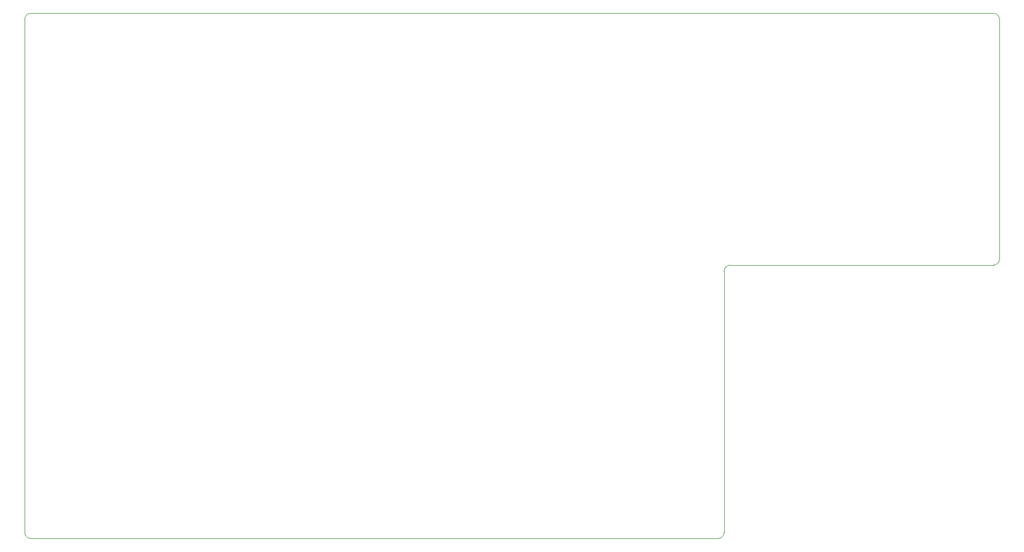
<source format=gbr>
%TF.GenerationSoftware,KiCad,Pcbnew,7.0.1*%
%TF.CreationDate,2023-05-06T18:31:29+10:00*%
%TF.ProjectId,switch_grid_test,73776974-6368-45f6-9772-69645f746573,rev?*%
%TF.SameCoordinates,Original*%
%TF.FileFunction,Profile,NP*%
%FSLAX46Y46*%
G04 Gerber Fmt 4.6, Leading zero omitted, Abs format (unit mm)*
G04 Created by KiCad (PCBNEW 7.0.1) date 2023-05-06 18:31:29*
%MOMM*%
%LPD*%
G01*
G04 APERTURE LIST*
%TA.AperFunction,Profile*%
%ADD10C,0.100000*%
%TD*%
G04 APERTURE END LIST*
D10*
X40000000Y-83000000D02*
G75*
G03*
X39000000Y-84000000I0J-1000000D01*
G01*
X39000000Y-167000000D02*
G75*
G03*
X40000000Y-168000000I1000000J0D01*
G01*
X152000000Y-124750000D02*
X152000000Y-130000000D01*
X152000000Y-167000000D02*
X152000000Y-130000000D01*
X39000000Y-84000000D02*
X39000000Y-167000000D01*
X195500000Y-83000000D02*
X40000000Y-83000000D01*
X40000000Y-168000000D02*
X151000000Y-168000000D01*
X153000000Y-123750000D02*
G75*
G03*
X152000000Y-124750000I0J-1000000D01*
G01*
X196500000Y-84000000D02*
X196500000Y-122750000D01*
X195500000Y-123750000D02*
G75*
G03*
X196500000Y-122750000I0J1000000D01*
G01*
X151000000Y-168000000D02*
G75*
G03*
X152000000Y-167000000I0J1000000D01*
G01*
X196500000Y-84000000D02*
G75*
G03*
X195500000Y-83000000I-1000000J0D01*
G01*
X195500000Y-123750000D02*
X153000000Y-123750000D01*
M02*

</source>
